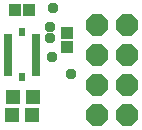
<source format=gbr>
G04 EAGLE Gerber RS-274X export*
G75*
%MOMM*%
%FSLAX34Y34*%
%LPD*%
%INSoldermask Top*%
%IPPOS*%
%AMOC8*
5,1,8,0,0,1.08239X$1,22.5*%
G01*
%ADD10R,1.103200X1.053200*%
%ADD11R,1.053200X1.103200*%
%ADD12R,0.793200X0.553200*%
%ADD13R,0.553200X0.793200*%
%ADD14P,2.034460X8X292.500000*%
%ADD15R,1.303200X1.203200*%
%ADD16C,0.959600*%


D10*
X76200Y107400D03*
X76200Y95800D03*
D11*
X43900Y127000D03*
X32300Y127000D03*
D12*
X49750Y73900D03*
X49750Y78900D03*
X49750Y83900D03*
X49750Y88900D03*
X49750Y93900D03*
X49750Y98900D03*
X49750Y103900D03*
D13*
X38100Y108050D03*
D12*
X26450Y103900D03*
X26450Y98900D03*
X26450Y93900D03*
X26450Y88900D03*
X26450Y83900D03*
X26450Y78900D03*
X26450Y73900D03*
D13*
X38100Y69750D03*
D14*
X101600Y114300D03*
X127000Y114300D03*
X101600Y88900D03*
X127000Y88900D03*
X101600Y63500D03*
X127000Y63500D03*
X101600Y38100D03*
X127000Y38100D03*
D15*
X30870Y53340D03*
X47870Y53340D03*
X29600Y38100D03*
X46600Y38100D03*
D16*
X61749Y103351D03*
X63500Y87324D03*
X61750Y112550D03*
X64700Y128200D03*
X79375Y73025D03*
M02*

</source>
